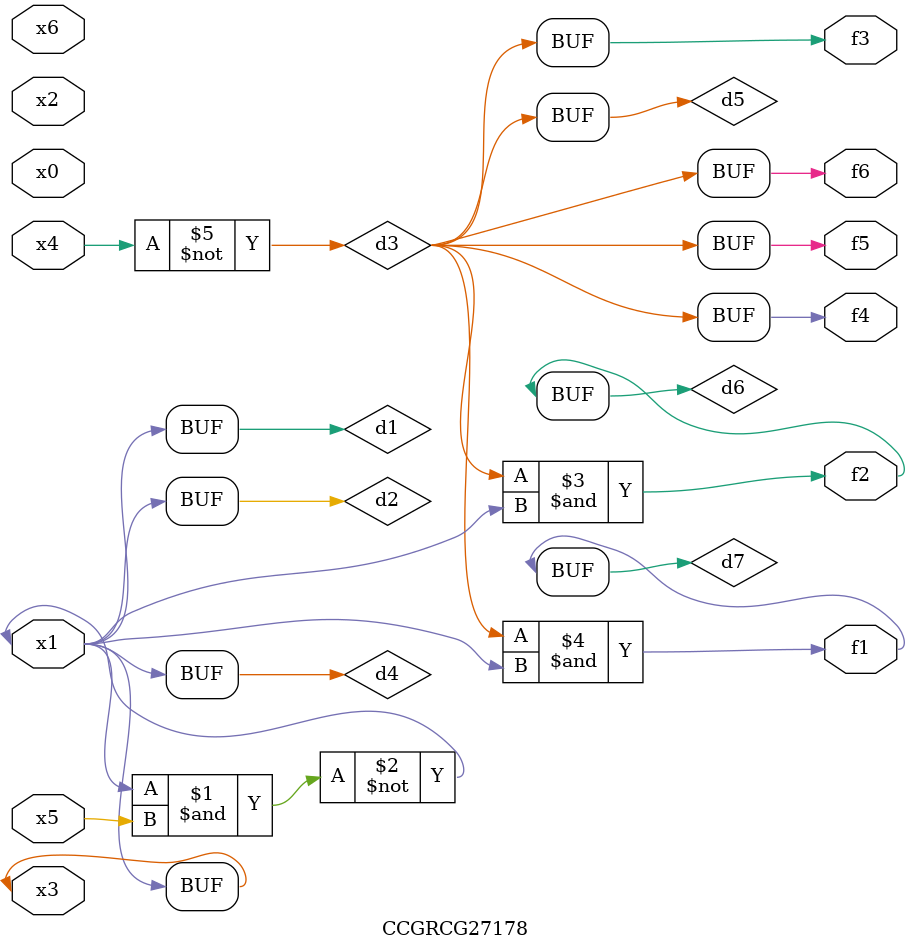
<source format=v>
module CCGRCG27178(
	input x0, x1, x2, x3, x4, x5, x6,
	output f1, f2, f3, f4, f5, f6
);

	wire d1, d2, d3, d4, d5, d6, d7;

	buf (d1, x1, x3);
	nand (d2, x1, x5);
	not (d3, x4);
	buf (d4, d1, d2);
	buf (d5, d3);
	and (d6, d3, d4);
	and (d7, d3, d4);
	assign f1 = d7;
	assign f2 = d6;
	assign f3 = d5;
	assign f4 = d5;
	assign f5 = d5;
	assign f6 = d5;
endmodule

</source>
